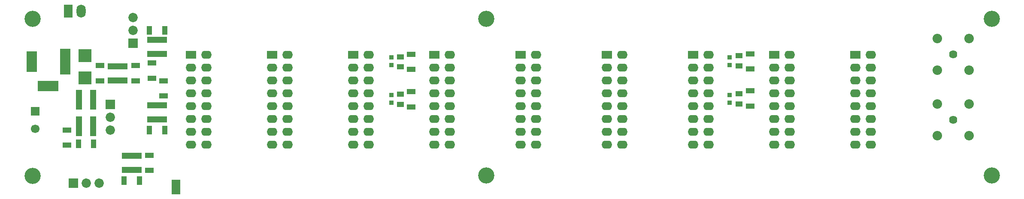
<source format=gts>
G04 #@! TF.FileFunction,Soldermask,Top*
%FSLAX46Y46*%
G04 Gerber Fmt 4.6, Leading zero omitted, Abs format (unit mm)*
G04 Created by KiCad (PCBNEW 4.0.2-stable) date 2019-10-18 11:27:55 AM*
%MOMM*%
G01*
G04 APERTURE LIST*
%ADD10C,0.200000*%
%ADD11C,3.200000*%
%ADD12R,1.700000X1.100000*%
%ADD13R,1.100000X1.700000*%
%ADD14R,2.497760X2.497760*%
%ADD15R,1.700000X2.900000*%
%ADD16C,1.850000*%
%ADD17R,1.850000X1.850000*%
%ADD18O,2.100000X1.600000*%
%ADD19R,2.100000X1.600000*%
%ADD20R,1.300000X4.000000*%
%ADD21R,4.000000X1.300000*%
%ADD22R,2.100000X4.100000*%
%ADD23R,2.100000X5.100000*%
%ADD24R,4.100000X2.100000*%
%ADD25R,1.800000X2.600000*%
%ADD26O,1.800000X2.600000*%
%ADD27R,0.850000X0.900000*%
%ADD28R,1.350000X1.100000*%
%ADD29R,1.700000X1.700000*%
%ADD30C,1.700000*%
%ADD31C,1.624000*%
%ADD32C,1.878000*%
G04 APERTURE END LIST*
D10*
D11*
X132700000Y-112000000D03*
X132700000Y-80960000D03*
X232410000Y-80960000D03*
X232410000Y-112000000D03*
X43180000Y-80970000D03*
D12*
X50000000Y-103000000D03*
X50000000Y-106000000D03*
D13*
X55250000Y-105750000D03*
X52250000Y-105750000D03*
D12*
X56500000Y-93250000D03*
X56500000Y-90250000D03*
X63500000Y-93250000D03*
X63500000Y-90250000D03*
D13*
X66250000Y-103000000D03*
X69250000Y-103000000D03*
X69250000Y-83250000D03*
X66250000Y-83250000D03*
X61250000Y-113000000D03*
X64250000Y-113000000D03*
D12*
X69000000Y-96250000D03*
X69000000Y-93250000D03*
X66750000Y-92750000D03*
X66750000Y-89750000D03*
X66250000Y-108000000D03*
X66250000Y-111000000D03*
D14*
X53500000Y-88300360D03*
X53500000Y-92699640D03*
D15*
X71500000Y-114250000D03*
D16*
X58500000Y-100500000D03*
D17*
X58500000Y-97960000D03*
D16*
X58500000Y-103040000D03*
X63000000Y-83250000D03*
D17*
X63000000Y-85790000D03*
D16*
X63000000Y-80710000D03*
X53750000Y-113500000D03*
D17*
X51210000Y-113500000D03*
D16*
X56290000Y-113500000D03*
D18*
X192520000Y-105890000D03*
X189480000Y-105890000D03*
X189480000Y-103350000D03*
X192520000Y-103350000D03*
X192520000Y-100810000D03*
X189480000Y-100810000D03*
X189480000Y-98270000D03*
X192520000Y-98270000D03*
X192520000Y-95730000D03*
X189480000Y-95730000D03*
D19*
X189480000Y-88110000D03*
D18*
X192520000Y-88110000D03*
X189480000Y-90650000D03*
X192520000Y-90650000D03*
X189480000Y-93190000D03*
X192520000Y-93190000D03*
X176520000Y-105890000D03*
X173480000Y-105890000D03*
X173480000Y-103350000D03*
X176520000Y-103350000D03*
X176520000Y-100810000D03*
X173480000Y-100810000D03*
X173480000Y-98270000D03*
X176520000Y-98270000D03*
X176520000Y-95730000D03*
X173480000Y-95730000D03*
D19*
X173480000Y-88110000D03*
D18*
X176520000Y-88110000D03*
X173480000Y-90650000D03*
X176520000Y-90650000D03*
X173480000Y-93190000D03*
X176520000Y-93190000D03*
X159520000Y-105890000D03*
X156480000Y-105890000D03*
X156480000Y-103350000D03*
X159520000Y-103350000D03*
X159520000Y-100810000D03*
X156480000Y-100810000D03*
X156480000Y-98270000D03*
X159520000Y-98270000D03*
X159520000Y-95730000D03*
X156480000Y-95730000D03*
D19*
X156480000Y-88110000D03*
D18*
X159520000Y-88110000D03*
X156480000Y-90650000D03*
X159520000Y-90650000D03*
X156480000Y-93190000D03*
X159520000Y-93190000D03*
X142520000Y-105890000D03*
X139480000Y-105890000D03*
X139480000Y-103350000D03*
X142520000Y-103350000D03*
X142520000Y-100810000D03*
X139480000Y-100810000D03*
X139480000Y-98270000D03*
X142520000Y-98270000D03*
X142520000Y-95730000D03*
X139480000Y-95730000D03*
D19*
X139480000Y-88110000D03*
D18*
X142520000Y-88110000D03*
X139480000Y-90650000D03*
X142520000Y-90650000D03*
X139480000Y-93190000D03*
X142520000Y-93190000D03*
X125520000Y-105890000D03*
X122480000Y-105890000D03*
X122480000Y-103350000D03*
X125520000Y-103350000D03*
X125520000Y-100810000D03*
X122480000Y-100810000D03*
X122480000Y-98270000D03*
X125520000Y-98270000D03*
X125520000Y-95730000D03*
X122480000Y-95730000D03*
D19*
X122480000Y-88110000D03*
D18*
X125520000Y-88110000D03*
X122480000Y-90650000D03*
X125520000Y-90650000D03*
X122480000Y-93190000D03*
X125520000Y-93190000D03*
X109520000Y-105890000D03*
X106480000Y-105890000D03*
X106480000Y-103350000D03*
X109520000Y-103350000D03*
X109520000Y-100810000D03*
X106480000Y-100810000D03*
X106480000Y-98270000D03*
X109520000Y-98270000D03*
X109520000Y-95730000D03*
X106480000Y-95730000D03*
D19*
X106480000Y-88110000D03*
D18*
X109520000Y-88110000D03*
X106480000Y-90650000D03*
X109520000Y-90650000D03*
X106480000Y-93190000D03*
X109520000Y-93190000D03*
X93520000Y-105890000D03*
X90480000Y-105890000D03*
X90480000Y-103350000D03*
X93520000Y-103350000D03*
X93520000Y-100810000D03*
X90480000Y-100810000D03*
X90480000Y-98270000D03*
X93520000Y-98270000D03*
X93520000Y-95730000D03*
X90480000Y-95730000D03*
D19*
X90480000Y-88110000D03*
D18*
X93520000Y-88110000D03*
X90480000Y-90650000D03*
X93520000Y-90650000D03*
X90480000Y-93190000D03*
X93520000Y-93190000D03*
D20*
X52350000Y-97000000D03*
X55150000Y-97000000D03*
X52350000Y-102250000D03*
X55150000Y-102250000D03*
D21*
X60000000Y-93150000D03*
X60000000Y-90350000D03*
D22*
X43000000Y-89500000D03*
D23*
X49650000Y-89500000D03*
D24*
X46250000Y-94300000D03*
D25*
X50250000Y-79500000D03*
D26*
X52790000Y-79500000D03*
D21*
X67750000Y-100900000D03*
X67750000Y-98100000D03*
X67750000Y-85100000D03*
X67750000Y-87900000D03*
X62750000Y-110900000D03*
X62750000Y-108100000D03*
D18*
X77520000Y-105890000D03*
X74480000Y-105890000D03*
X74480000Y-103350000D03*
X77520000Y-103350000D03*
X77520000Y-100810000D03*
X74480000Y-100810000D03*
X74480000Y-98270000D03*
X77520000Y-98270000D03*
X77520000Y-95730000D03*
X74480000Y-95730000D03*
D19*
X74480000Y-88110000D03*
D18*
X77520000Y-88110000D03*
X74480000Y-90650000D03*
X77520000Y-90650000D03*
X74480000Y-93190000D03*
X77520000Y-93190000D03*
X208520000Y-105890000D03*
X205480000Y-105890000D03*
X205480000Y-103350000D03*
X208520000Y-103350000D03*
X208520000Y-100810000D03*
X205480000Y-100810000D03*
X205480000Y-98270000D03*
X208520000Y-98270000D03*
X208520000Y-95730000D03*
X205480000Y-95730000D03*
D19*
X205480000Y-88110000D03*
D18*
X208520000Y-88110000D03*
X205480000Y-90650000D03*
X208520000Y-90650000D03*
X205480000Y-93190000D03*
X208520000Y-93190000D03*
D27*
X114000000Y-88650000D03*
X114000000Y-90150000D03*
D28*
X115800000Y-90500000D03*
X115800000Y-88500000D03*
D12*
X117900000Y-91000000D03*
X117900000Y-88000000D03*
D27*
X180700000Y-88650000D03*
X180700000Y-90150000D03*
D28*
X182600000Y-90300000D03*
X182600000Y-88300000D03*
D12*
X184800000Y-90900000D03*
X184800000Y-87900000D03*
D27*
X114000000Y-96050000D03*
X114000000Y-97550000D03*
D28*
X115800000Y-97900000D03*
X115800000Y-95900000D03*
D12*
X117900000Y-98400000D03*
X117900000Y-95400000D03*
D27*
X180700000Y-96050000D03*
X180700000Y-97550000D03*
D28*
X182600000Y-97800000D03*
X182600000Y-95800000D03*
D12*
X184800000Y-98250000D03*
X184800000Y-95250000D03*
D29*
X43750000Y-99250000D03*
D30*
X43750000Y-102750000D03*
D31*
X224800000Y-101000000D03*
D32*
X221670000Y-97870000D03*
X221670000Y-104130000D03*
X227930000Y-104130000D03*
X227930000Y-97870000D03*
D31*
X224800000Y-88000000D03*
D32*
X221670000Y-84870000D03*
X221670000Y-91130000D03*
X227930000Y-91130000D03*
X227930000Y-84870000D03*
D11*
X43180000Y-112100000D03*
M02*

</source>
